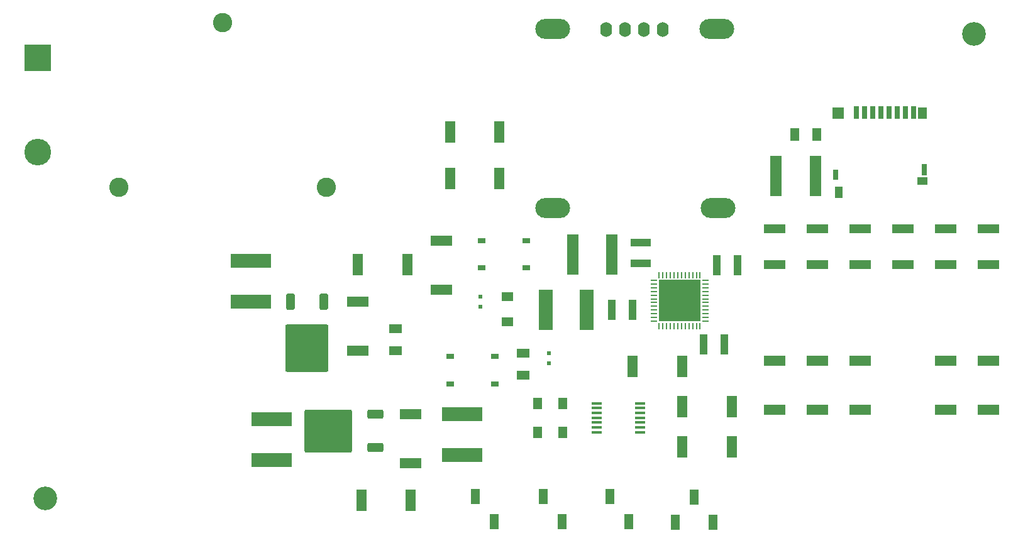
<source format=gts>
G04 #@! TF.GenerationSoftware,KiCad,Pcbnew,7.0.2*
G04 #@! TF.CreationDate,2023-06-26T18:45:37-03:00*
G04 #@! TF.ProjectId,ProjetoFinalSEMB,50726f6a-6574-46f4-9669-6e616c53454d,rev?*
G04 #@! TF.SameCoordinates,Original*
G04 #@! TF.FileFunction,Soldermask,Top*
G04 #@! TF.FilePolarity,Negative*
%FSLAX46Y46*%
G04 Gerber Fmt 4.6, Leading zero omitted, Abs format (unit mm)*
G04 Created by KiCad (PCBNEW 7.0.2) date 2023-06-26 18:45:37*
%MOMM*%
%LPD*%
G01*
G04 APERTURE LIST*
G04 Aperture macros list*
%AMRoundRect*
0 Rectangle with rounded corners*
0 $1 Rounding radius*
0 $2 $3 $4 $5 $6 $7 $8 $9 X,Y pos of 4 corners*
0 Add a 4 corners polygon primitive as box body*
4,1,4,$2,$3,$4,$5,$6,$7,$8,$9,$2,$3,0*
0 Add four circle primitives for the rounded corners*
1,1,$1+$1,$2,$3*
1,1,$1+$1,$4,$5*
1,1,$1+$1,$6,$7*
1,1,$1+$1,$8,$9*
0 Add four rect primitives between the rounded corners*
20,1,$1+$1,$2,$3,$4,$5,0*
20,1,$1+$1,$4,$5,$6,$7,0*
20,1,$1+$1,$6,$7,$8,$9,0*
20,1,$1+$1,$8,$9,$2,$3,0*%
G04 Aperture macros list end*
%ADD10R,1.450000X2.900000*%
%ADD11C,2.600000*%
%ADD12R,3.600000X3.600000*%
%ADD13C,3.600000*%
%ADD14R,1.250000X1.500000*%
%ADD15R,2.900000X1.450000*%
%ADD16RoundRect,0.062500X-0.375000X-0.062500X0.375000X-0.062500X0.375000X0.062500X-0.375000X0.062500X0*%
%ADD17RoundRect,0.062500X-0.062500X-0.375000X0.062500X-0.375000X0.062500X0.375000X-0.062500X0.375000X0*%
%ADD18R,5.600000X5.600000*%
%ADD19R,0.600000X0.500000*%
%ADD20C,3.200000*%
%ADD21R,2.900000X1.300000*%
%ADD22R,1.000000X0.700000*%
%ADD23R,2.720000X1.020000*%
%ADD24O,4.680000X2.690000*%
%ADD25O,1.600000X2.000000*%
%ADD26R,1.020000X2.720000*%
%ADD27R,1.900000X5.400000*%
%ADD28R,1.270000X2.030000*%
%ADD29R,1.800000X1.150000*%
%ADD30R,5.400000X1.900000*%
%ADD31R,1.500000X1.250000*%
%ADD32RoundRect,0.250000X-0.350000X0.850000X-0.350000X-0.850000X0.350000X-0.850000X0.350000X0.850000X0*%
%ADD33RoundRect,0.249997X-2.650003X2.950003X-2.650003X-2.950003X2.650003X-2.950003X2.650003X2.950003X0*%
%ADD34R,1.150000X1.800000*%
%ADD35R,0.700000X1.750000*%
%ADD36R,1.450000X1.000000*%
%ADD37R,1.000000X1.550000*%
%ADD38R,0.800000X1.500000*%
%ADD39R,1.300000X1.500000*%
%ADD40R,1.500000X1.500000*%
%ADD41R,0.800000X1.400000*%
%ADD42R,1.500000X5.400000*%
%ADD43RoundRect,0.250000X0.850000X0.350000X-0.850000X0.350000X-0.850000X-0.350000X0.850000X-0.350000X0*%
%ADD44RoundRect,0.249997X2.950003X2.650003X-2.950003X2.650003X-2.950003X-2.650003X2.950003X-2.650003X0*%
%ADD45R,1.475000X0.450000*%
G04 APERTURE END LIST*
D10*
X166110800Y-115712500D03*
X172760800Y-115712500D03*
D11*
X124880800Y-91602500D03*
X110880800Y-69402500D03*
X96880800Y-91602500D03*
D12*
X85980800Y-74152500D03*
D13*
X85980800Y-86852500D03*
D14*
X156698300Y-120707500D03*
X153248300Y-120707500D03*
D10*
X172760800Y-126612500D03*
X179410800Y-126612500D03*
D15*
X185220800Y-121582500D03*
X185220800Y-114932500D03*
D16*
X168983300Y-104132500D03*
X168983300Y-104632500D03*
X168983300Y-105132500D03*
X168983300Y-105632500D03*
X168983300Y-106132500D03*
X168983300Y-106632500D03*
X168983300Y-107132500D03*
X168983300Y-107632500D03*
X168983300Y-108132500D03*
X168983300Y-108632500D03*
X168983300Y-109132500D03*
X168983300Y-109632500D03*
D17*
X169670800Y-110320000D03*
X170170800Y-110320000D03*
X170670800Y-110320000D03*
X171170800Y-110320000D03*
X171670800Y-110320000D03*
X172170800Y-110320000D03*
X172670800Y-110320000D03*
X173170800Y-110320000D03*
X173670800Y-110320000D03*
X174170800Y-110320000D03*
X174670800Y-110320000D03*
X175170800Y-110320000D03*
D16*
X175858300Y-109632500D03*
X175858300Y-109132500D03*
X175858300Y-108632500D03*
X175858300Y-108132500D03*
X175858300Y-107632500D03*
X175858300Y-107132500D03*
X175858300Y-106632500D03*
X175858300Y-106132500D03*
X175858300Y-105632500D03*
X175858300Y-105132500D03*
X175858300Y-104632500D03*
X175858300Y-104132500D03*
D17*
X175170800Y-103445000D03*
X174670800Y-103445000D03*
X174170800Y-103445000D03*
X173670800Y-103445000D03*
X173170800Y-103445000D03*
X172670800Y-103445000D03*
X172170800Y-103445000D03*
X171670800Y-103445000D03*
X171170800Y-103445000D03*
X170670800Y-103445000D03*
X170170800Y-103445000D03*
X169670800Y-103445000D03*
D18*
X172420800Y-106882500D03*
D15*
X129075800Y-113632500D03*
X129075800Y-106982500D03*
D10*
X141488300Y-84172500D03*
X148138300Y-84172500D03*
D19*
X154800800Y-113942500D03*
X154800800Y-115342500D03*
D15*
X191001200Y-121582500D03*
X191001200Y-114932500D03*
D20*
X212030800Y-70982500D03*
D14*
X156698300Y-124607500D03*
X153248300Y-124607500D03*
D15*
X136205800Y-122142500D03*
X136205800Y-128792500D03*
D10*
X129075800Y-101982500D03*
X135725800Y-101982500D03*
D21*
X213961600Y-102000000D03*
X213961600Y-97200000D03*
X208221200Y-102000000D03*
X208221200Y-97200000D03*
X196740400Y-102000000D03*
X196740400Y-97200000D03*
D22*
X145750800Y-98782500D03*
X151750800Y-98782500D03*
X145750800Y-102482500D03*
X151750800Y-102482500D03*
D10*
X141488300Y-90422500D03*
X148138300Y-90422500D03*
D21*
X202480800Y-102000000D03*
X202480800Y-97200000D03*
D15*
X213970800Y-121615000D03*
X213970800Y-114965000D03*
D10*
X172760800Y-121132500D03*
X179410800Y-121132500D03*
D23*
X167190800Y-101852500D03*
X167190800Y-99052500D03*
D24*
X155360800Y-70282500D03*
X155360800Y-94382500D03*
X177460800Y-70282500D03*
X177560800Y-94382500D03*
D25*
X162540800Y-70382500D03*
X165080800Y-70382500D03*
X167620800Y-70382500D03*
X170160800Y-70382500D03*
D26*
X175670800Y-112812500D03*
X178470800Y-112812500D03*
D27*
X159910800Y-108132500D03*
X154410800Y-108132500D03*
D28*
X144913300Y-133257500D03*
X147453300Y-136687500D03*
D29*
X151310800Y-113942500D03*
X151310800Y-116942500D03*
D15*
X140350800Y-105427500D03*
X140350800Y-98777500D03*
D30*
X114705800Y-106982500D03*
X114705800Y-101482500D03*
D10*
X136213300Y-133757500D03*
X129563300Y-133757500D03*
D19*
X145580800Y-106302500D03*
X145580800Y-107702500D03*
D31*
X149210800Y-106302500D03*
X149210800Y-109752500D03*
D32*
X124535800Y-106982500D03*
D33*
X122255800Y-113282500D03*
D32*
X119975800Y-106982500D03*
D34*
X190891200Y-84510000D03*
X187891200Y-84510000D03*
D15*
X196730800Y-121585000D03*
X196730800Y-114935000D03*
D21*
X185228600Y-102008400D03*
X185228600Y-97208400D03*
D28*
X163023300Y-133217500D03*
X165563300Y-136647500D03*
X154013300Y-133257500D03*
X156553300Y-136687500D03*
D26*
X166040800Y-108132500D03*
X163240800Y-108132500D03*
D28*
X176943300Y-136767500D03*
X174403300Y-133337500D03*
X171863300Y-136767500D03*
D35*
X196241200Y-81515000D03*
X197341200Y-81515000D03*
X198441200Y-81515000D03*
X199541200Y-81515000D03*
X200641200Y-81515000D03*
X201741200Y-81515000D03*
X202841200Y-81515000D03*
X203941200Y-81515000D03*
D36*
X205066200Y-90740000D03*
D37*
X193841200Y-92315000D03*
D38*
X205391200Y-89240000D03*
D39*
X205141200Y-81640000D03*
D40*
X193791200Y-81640000D03*
D41*
X193441200Y-89890000D03*
D42*
X163300800Y-100632500D03*
X158000800Y-100632500D03*
D43*
X131415800Y-126692500D03*
D44*
X125115800Y-124412500D03*
D43*
X131415800Y-122132500D03*
D22*
X141540800Y-114382500D03*
X147540800Y-114382500D03*
X141540800Y-118082500D03*
X147540800Y-118082500D03*
D26*
X177400800Y-102102500D03*
X180200800Y-102102500D03*
D30*
X143110800Y-122147500D03*
X143110800Y-127647500D03*
D21*
X191000000Y-102000000D03*
X191000000Y-97200000D03*
D30*
X117435800Y-122882500D03*
X117435800Y-128382500D03*
D15*
X208230800Y-121615000D03*
X208230800Y-114965000D03*
D45*
X161247300Y-120702500D03*
X161247300Y-121352500D03*
X161247300Y-122002500D03*
X161247300Y-122652500D03*
X161247300Y-123302500D03*
X161247300Y-123952500D03*
X161247300Y-124602500D03*
X167123300Y-124602500D03*
X167123300Y-123952500D03*
X167123300Y-123302500D03*
X167123300Y-122652500D03*
X167123300Y-122002500D03*
X167123300Y-121352500D03*
X167123300Y-120702500D03*
D29*
X134155800Y-113632500D03*
X134155800Y-110632500D03*
D20*
X87030800Y-133482500D03*
D42*
X190716200Y-90045000D03*
X185416200Y-90045000D03*
M02*

</source>
